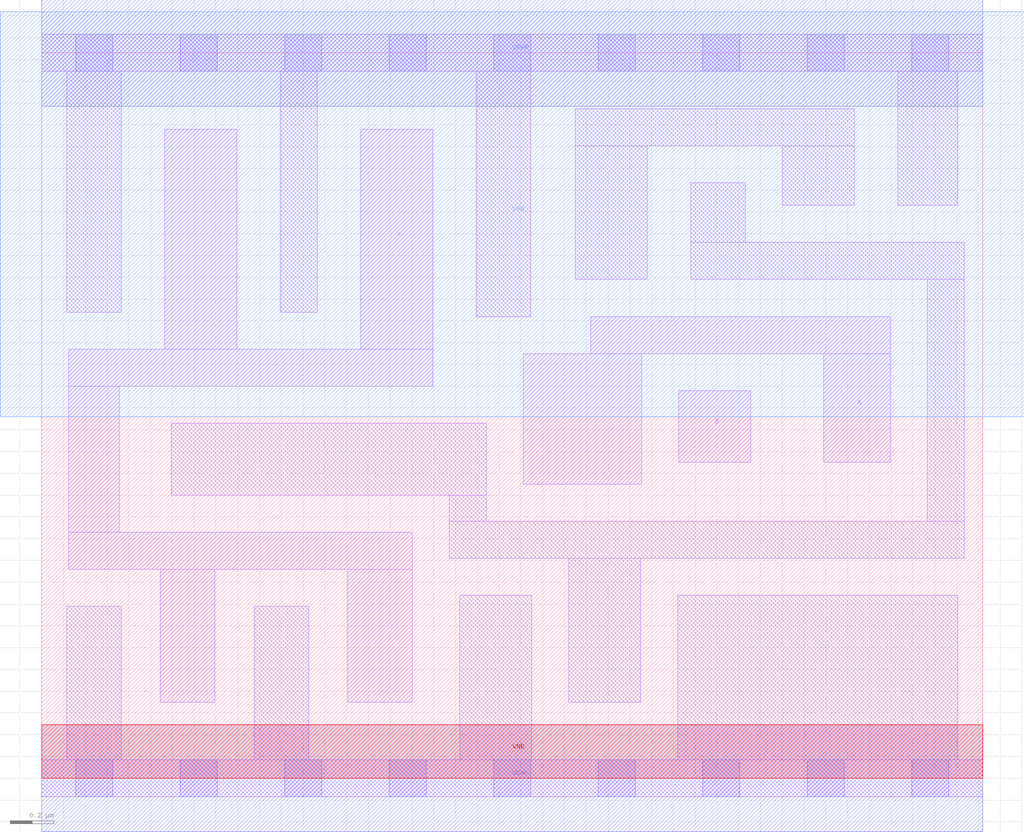
<source format=lef>
# Copyright 2020 The SkyWater PDK Authors
#
# Licensed under the Apache License, Version 2.0 (the "License");
# you may not use this file except in compliance with the License.
# You may obtain a copy of the License at
#
#     https://www.apache.org/licenses/LICENSE-2.0
#
# Unless required by applicable law or agreed to in writing, software
# distributed under the License is distributed on an "AS IS" BASIS,
# WITHOUT WARRANTIES OR CONDITIONS OF ANY KIND, either express or implied.
# See the License for the specific language governing permissions and
# limitations under the License.
#
# SPDX-License-Identifier: Apache-2.0

VERSION 5.7 ;
  NOWIREEXTENSIONATPIN ON ;
  DIVIDERCHAR "/" ;
  BUSBITCHARS "[]" ;
MACRO sky130_fd_sc_ls__or2_4
  CLASS CORE ;
  FOREIGN sky130_fd_sc_ls__or2_4 ;
  ORIGIN  0.000000  0.000000 ;
  SIZE  4.320000 BY  3.330000 ;
  SYMMETRY X Y ;
  SITE unit ;
  PIN A
    ANTENNAGATEAREA  0.411000 ;
    DIRECTION INPUT ;
    USE SIGNAL ;
    PORT
      LAYER li1 ;
        RECT 2.210000 1.350000 2.755000 1.950000 ;
        RECT 2.520000 1.950000 3.895000 2.120000 ;
        RECT 3.590000 1.450000 3.895000 1.950000 ;
    END
  END A
  PIN B
    ANTENNAGATEAREA  0.411000 ;
    DIRECTION INPUT ;
    USE SIGNAL ;
    PORT
      LAYER li1 ;
        RECT 2.925000 1.450000 3.255000 1.780000 ;
    END
  END B
  PIN X
    ANTENNADIFFAREA  1.149300 ;
    DIRECTION OUTPUT ;
    USE SIGNAL ;
    PORT
      LAYER li1 ;
        RECT 0.125000 0.960000 1.700000 1.130000 ;
        RECT 0.125000 1.130000 0.355000 1.800000 ;
        RECT 0.125000 1.800000 1.795000 1.970000 ;
        RECT 0.545000 0.350000 0.795000 0.960000 ;
        RECT 0.565000 1.970000 0.895000 2.980000 ;
        RECT 1.405000 0.350000 1.700000 0.960000 ;
        RECT 1.465000 1.970000 1.795000 2.980000 ;
    END
  END X
  PIN VGND
    DIRECTION INOUT ;
    SHAPE ABUTMENT ;
    USE GROUND ;
    PORT
      LAYER met1 ;
        RECT 0.000000 -0.245000 4.320000 0.245000 ;
    END
  END VGND
  PIN VNB
    DIRECTION INOUT ;
    USE GROUND ;
    PORT
      LAYER pwell ;
        RECT 0.000000 0.000000 4.320000 0.245000 ;
    END
  END VNB
  PIN VPB
    DIRECTION INOUT ;
    USE POWER ;
    PORT
      LAYER nwell ;
        RECT -0.190000 1.660000 4.510000 3.520000 ;
    END
  END VPB
  PIN VPWR
    DIRECTION INOUT ;
    SHAPE ABUTMENT ;
    USE POWER ;
    PORT
      LAYER met1 ;
        RECT 0.000000 3.085000 4.320000 3.575000 ;
    END
  END VPWR
  OBS
    LAYER li1 ;
      RECT 0.000000 -0.085000 4.320000 0.085000 ;
      RECT 0.000000  3.245000 4.320000 3.415000 ;
      RECT 0.115000  0.085000 0.365000 0.790000 ;
      RECT 0.115000  2.140000 0.365000 3.245000 ;
      RECT 0.595000  1.300000 2.040000 1.630000 ;
      RECT 0.975000  0.085000 1.225000 0.790000 ;
      RECT 1.095000  2.140000 1.265000 3.245000 ;
      RECT 1.870000  1.010000 4.235000 1.180000 ;
      RECT 1.870000  1.180000 2.040000 1.300000 ;
      RECT 1.920000  0.085000 2.250000 0.840000 ;
      RECT 1.995000  2.120000 2.245000 3.245000 ;
      RECT 2.420000  0.350000 2.750000 1.010000 ;
      RECT 2.450000  2.290000 2.780000 2.905000 ;
      RECT 2.450000  2.905000 3.730000 3.075000 ;
      RECT 2.920000  0.085000 4.205000 0.840000 ;
      RECT 2.980000  2.290000 4.235000 2.460000 ;
      RECT 2.980000  2.460000 3.230000 2.735000 ;
      RECT 3.400000  2.630000 3.730000 2.905000 ;
      RECT 3.930000  2.630000 4.205000 3.245000 ;
      RECT 4.065000  1.180000 4.235000 2.290000 ;
    LAYER mcon ;
      RECT 0.155000 -0.085000 0.325000 0.085000 ;
      RECT 0.155000  3.245000 0.325000 3.415000 ;
      RECT 0.635000 -0.085000 0.805000 0.085000 ;
      RECT 0.635000  3.245000 0.805000 3.415000 ;
      RECT 1.115000 -0.085000 1.285000 0.085000 ;
      RECT 1.115000  3.245000 1.285000 3.415000 ;
      RECT 1.595000 -0.085000 1.765000 0.085000 ;
      RECT 1.595000  3.245000 1.765000 3.415000 ;
      RECT 2.075000 -0.085000 2.245000 0.085000 ;
      RECT 2.075000  3.245000 2.245000 3.415000 ;
      RECT 2.555000 -0.085000 2.725000 0.085000 ;
      RECT 2.555000  3.245000 2.725000 3.415000 ;
      RECT 3.035000 -0.085000 3.205000 0.085000 ;
      RECT 3.035000  3.245000 3.205000 3.415000 ;
      RECT 3.515000 -0.085000 3.685000 0.085000 ;
      RECT 3.515000  3.245000 3.685000 3.415000 ;
      RECT 3.995000 -0.085000 4.165000 0.085000 ;
      RECT 3.995000  3.245000 4.165000 3.415000 ;
  END
END sky130_fd_sc_ls__or2_4
END LIBRARY

</source>
